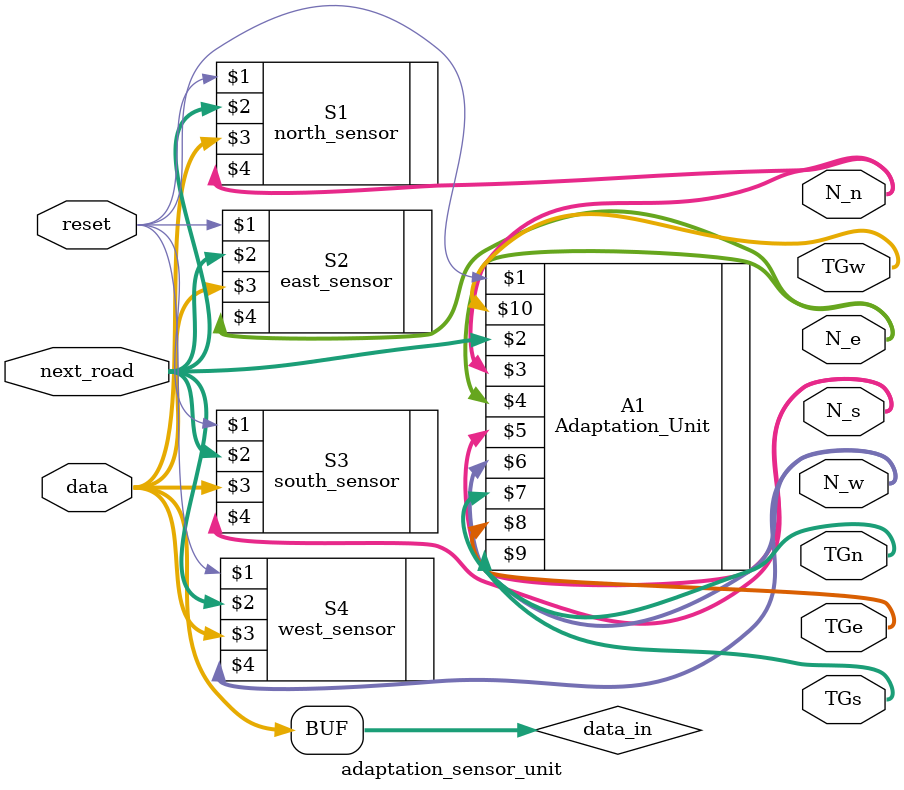
<source format=v>
`timescale 1ns / 1ps

module adaptation_sensor_unit(
    reset, next_road, data,
    N_n, N_e, N_s, N_w,
    TGn, TGe, TGs, TGw,
    );
    input reset;
    input [1:0] next_road;
    input [7:0] data;
    
    output [7:0] TGn, TGe, TGs, TGw;
    output [7:0] N_n, N_e, N_s, N_w;
    
    wire [7:0] data_in;
    
    assign data_in = data;        

    
    north_sensor S1(reset, next_road, data_in, N_n);
    east_sensor S2(reset, next_road, data_in, N_e);
    south_sensor S3(reset, next_road, data_in, N_s);
    west_sensor S4(reset, next_road, data_in, N_w);
    
    Adaptation_Unit A1(
    reset, next_road,
    N_n, N_e, N_s, N_w, 
    TGn, TGe, TGs, TGw,
    );
    
endmodule

</source>
